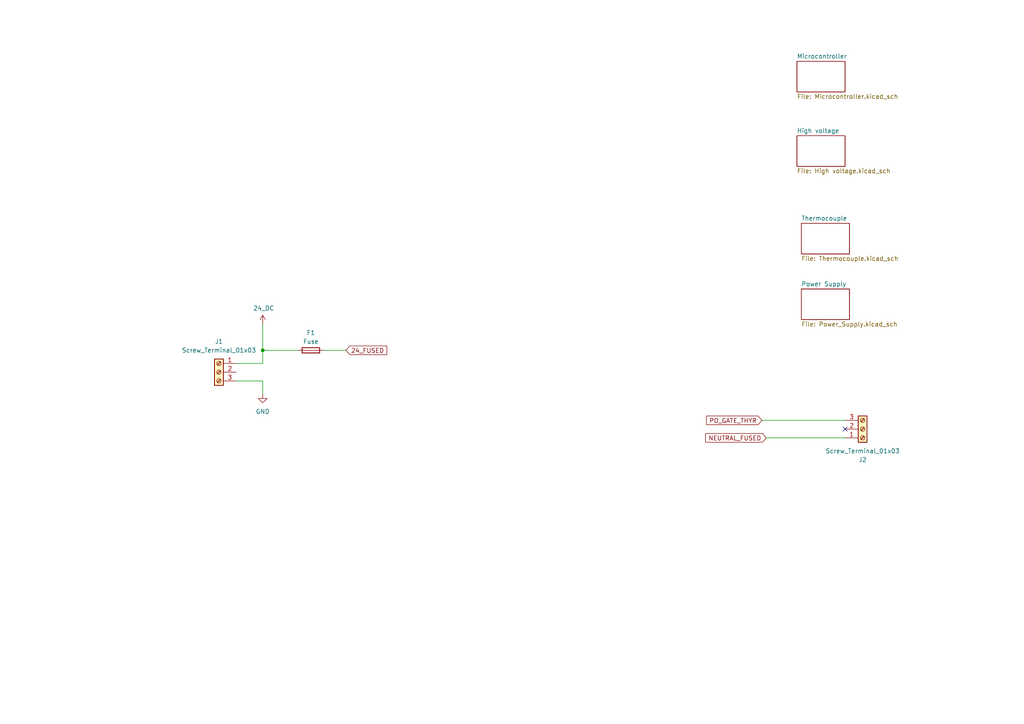
<source format=kicad_sch>
(kicad_sch (version 20250114) (generator "eeschema") (generator_version "9.0")
  (paper "A4")
  (lib_symbols
    (symbol "Connector:Screw_Terminal_01x03" (pin_names (offset 1.016) (hide yes))
      (property "Reference" "J" (at 0 5.08 0))
      (property "Value" "Screw_Terminal_01x03" (at 0 -5.08 0))
      (symbol "Screw_Terminal_01x03_1_1"
        (rectangle (start -1.27 3.81) (end 1.27 -3.81) (stroke (width 0.254)) (fill (type background)))
        (polyline (pts (xy -0.5334 2.8702) (xy 0.3302 2.032)) (stroke (width 0.1524)))
        (polyline (pts (xy -0.5334 0.3302) (xy 0.3302 -0.508)) (stroke (width 0.1524)))
        (polyline (pts (xy -0.5334 -2.2098) (xy 0.3302 -3.048)) (stroke (width 0.1524)))
        (polyline (pts (xy -0.3556 3.048) (xy 0.508 2.2098)) (stroke (width 0.1524)))
        (polyline (pts (xy -0.3556 0.508) (xy 0.508 -0.3302)) (stroke (width 0.1524)))
        (polyline (pts (xy -0.3556 -2.032) (xy 0.508 -2.8702)) (stroke (width 0.1524)))
        (circle (center 0 2.54) (radius 0.635) (stroke (width 0.1524)))
        (circle (center 0 0) (radius 0.635) (stroke (width 0.1524)))
        (circle (center 0 -2.54) (radius 0.635) (stroke (width 0.1524)))
        (pin passive line (at -5.08 2.54 0) (length 3.81) (name "Pin_1") (number "1"))
        (pin passive line (at -5.08 0 0) (length 3.81) (name "Pin_2") (number "2"))
        (pin passive line (at -5.08 -2.54 0) (length 3.81) (name "Pin_3") (number "3"))
      )
    )
    (symbol "Device:Fuse" (pin_numbers (hide yes)) (pin_names (offset 0))
      (property "Reference" "F" (at 2.032 0 90))
      (property "Value" "Fuse" (at -1.905 0 90))
      (symbol "Fuse_0_1"
        (rectangle (start -0.762 -2.54) (end 0.762 2.54) (stroke (width 0.254)))
        (polyline (pts (xy 0 2.54) (xy 0 -2.54)))
      )
      (symbol "Fuse_1_1"
        (pin passive line (at 0 3.81 270) (length 1.27) (name "~") (number "1"))
        (pin passive line (at 0 -3.81 90) (length 1.27) (name "~") (number "2"))
      )
    )
    (symbol "power:GND" (power) (pin_numbers (hide yes)) (pin_names (offset 0) (hide yes))
      (property "Value" "GND" (at 0 -3.81 0))
      (symbol "GND_0_1"
        (polyline (pts (xy 0 0) (xy 0 -1.27) (xy 1.27 -1.27) (xy 0 -2.54) (xy -1.27 -1.27) (xy 0 -1.27)))
      )
      (symbol "GND_1_1"
        (pin power_in line (at 0 0 270) (length 0) (name "~") (number "1"))
      )
    )
    (symbol "power:LINE" (power) (pin_numbers (hide yes)) (pin_names (offset 0) (hide yes))
      (property "Value" "LINE" (at 0 3.556 0))
      (symbol "LINE_0_1"
        (polyline (pts (xy -0.762 1.27) (xy 0 2.54)))
        (polyline (pts (xy 0 2.54) (xy 0.762 1.27)))
        (polyline (pts (xy 0 0) (xy 0 2.54)))
      )
      (symbol "LINE_1_1"
        (pin power_in line (at 0 0 90) (length 0) (name "~") (number "1"))
      )
    )
  )
  (junction (at 76.2 101.6))
  (no_connect (at 245.11 124.46))
  (wire (pts (xy 76.2 93.98) (xy 76.2 101.6)))
  (wire (pts (xy 76.2 101.6) (xy 76.2 105.41)))
  (wire (pts (xy 93.98 101.6) (xy 100.33 101.6)))
  (wire (pts (xy 222.25 127) (xy 245.11 127)))
  (wire (pts (xy 68.58 110.49) (xy 76.2 110.49)))
  (wire (pts (xy 220.98 121.92) (xy 245.11 121.92)))
  (wire (pts (xy 76.2 114.3) (xy 76.2 110.49)))
  (wire (pts (xy 76.2 101.6) (xy 86.36 101.6)))
  (wire (pts (xy 68.58 105.41) (xy 76.2 105.41)))
  (global_label "PO_GATE_THYR" (shape input) (at 220.98 121.92 180) (property "Intersheetrefs" "${INTERSHEET_REFS}" (effects (hide yes))))
  (global_label "24_FUSED" (shape input) (at 100.33 101.6 0) (property "Intersheetrefs" "${INTERSHEET_REFS}" (effects (hide yes))))
  (global_label "NEUTRAL_FUSED" (shape input) (at 222.25 127 180) (property "Intersheetrefs" "${INTERSHEET_REFS}" (effects (hide yes))))
  (symbol (lib_id "Connector:Screw_Terminal_01x03") (at 250.19 124.46 0) (mirror x) (unit 1)
    (property "Reference" "J2" (at 250.19 133.35 0))
    (property "Value" "Screw_Terminal_01x03" (at 250.19 130.81 0))
    (property "Footprint" "TerminalBlock:TerminalBlock_Altech_AK300-3_P5.00mm" (effects (hide yes)))
    (property "Description" "Generic screw terminal, single row, 01x03, script generated (kicad-library-utils/schlib/autogen/connector/)" (effects (hide yes)))
  )
  (symbol (lib_id "Connector:Screw_Terminal_01x03") (at 63.5 107.95 0) (mirror y) (unit 1)
    (property "Reference" "J1" (at 63.5 99.06 0))
    (property "Value" "Screw_Terminal_01x03" (at 63.5 101.6 0))
    (property "Footprint" "TerminalBlock:TerminalBlock_Altech_AK300-3_P5.00mm" (effects (hide yes)))
    (property "Description" "Generic screw terminal, single row, 01x03, script generated (kicad-library-utils/schlib/autogen/connector/)" (effects (hide yes)))
  )
  (symbol (lib_id "power:LINE") (at 76.2 93.98 0) (unit 1)
    (property "Reference" "#PWR02" (effects (hide yes)))
    (property "Value" "24_DC" (at 73.406 89.408 0) (effects (justify left)))
    (property "Description" "Power symbol creates a global label with name \"LINE\"" (effects (hide yes)))
  )
  (symbol (lib_id "Device:Fuse") (at 90.17 101.6 90) (unit 1)
    (property "Reference" "F1" (at 90.17 96.52 90))
    (property "Value" "Fuse" (at 90.17 99.06 90))
    (property "Footprint" "Fuse:Fuseholder_Clip-5x20mm_Bel_FC-203-22_Lateral_P17.80x5.00mm_D1.17mm_Horizontal" (effects (hide yes)))
  )
  (symbol (lib_id "power:GND") (at 76.2 114.3 0) (unit 1)
    (property "Reference" "#PWR01" (effects (hide yes)))
    (property "Value" "GND" (at 76.2 119.38 0))
    (property "Description" "Power symbol creates a global label with name \"GND\" , ground" (effects (hide yes)))
  )
  (sheet (at 231.14 39.37) (size 13.97 8.89) (stroke (width 0.1524))
    (property "Sheetname" "High voltage" (at 231.14 38.6584 0) (effects (justify left bottom)))
    (property "Sheetfile" "High voltage.kicad_sch" (at 231.14 48.8446 0) (effects (justify left top)))
  )
  (sheet (at 232.41 64.77) (size 13.97 8.89) (stroke (width 0.1524))
    (property "Sheetname" "Thermocouple" (at 232.41 64.0584 0) (effects (justify left bottom)))
    (property "Sheetfile" "Thermocouple.kicad_sch" (at 232.41 74.2446 0) (effects (justify left top)))
  )
  (sheet (at 232.41 83.82) (size 13.97 8.89) (stroke (width 0.1524))
    (property "Sheetname" "Power Supply" (at 232.41 83.1084 0) (effects (justify left bottom)))
    (property "Sheetfile" "Power_Supply.kicad_sch" (at 232.41 93.2946 0) (effects (justify left top)))
  )
  (sheet (at 231.14 17.78) (size 13.97 8.89) (stroke (width 0.1524))
    (property "Sheetname" "Microcontroller" (at 231.14 17.0684 0) (effects (justify left bottom)))
    (property "Sheetfile" "Microcontroller.kicad_sch" (at 231.14 27.2546 0) (effects (justify left top)))
  )
)
</source>
